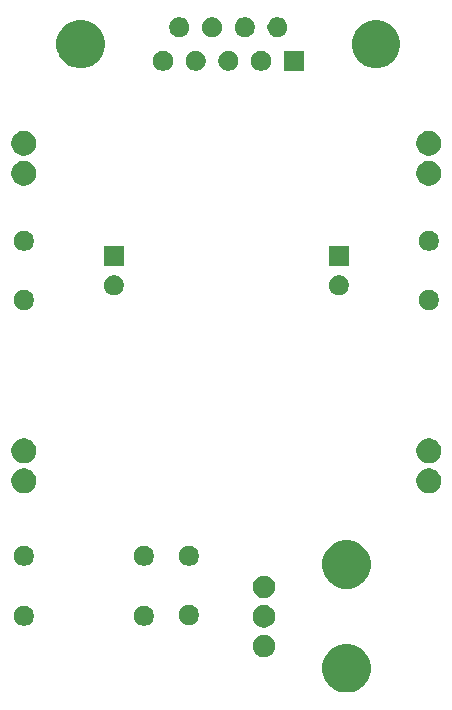
<source format=gbr>
G04 #@! TF.GenerationSoftware,KiCad,Pcbnew,5.1.5-52549c5~84~ubuntu18.04.1*
G04 #@! TF.CreationDate,2020-04-22T17:40:04-07:00*
G04 #@! TF.ProjectId,clock_generator,636c6f63-6b5f-4676-956e-657261746f72,rev?*
G04 #@! TF.SameCoordinates,Original*
G04 #@! TF.FileFunction,Soldermask,Bot*
G04 #@! TF.FilePolarity,Negative*
%FSLAX46Y46*%
G04 Gerber Fmt 4.6, Leading zero omitted, Abs format (unit mm)*
G04 Created by KiCad (PCBNEW 5.1.5-52549c5~84~ubuntu18.04.1) date 2020-04-22 17:40:04*
%MOMM*%
%LPD*%
G04 APERTURE LIST*
%ADD10C,0.100000*%
G04 APERTURE END LIST*
D10*
G36*
X132058254Y-115497818D02*
G01*
X132431511Y-115652426D01*
X132431513Y-115652427D01*
X132767436Y-115876884D01*
X133053116Y-116162564D01*
X133268196Y-116484453D01*
X133277574Y-116498489D01*
X133432182Y-116871746D01*
X133511000Y-117267993D01*
X133511000Y-117672007D01*
X133432182Y-118068254D01*
X133277574Y-118441511D01*
X133277573Y-118441513D01*
X133053116Y-118777436D01*
X132767436Y-119063116D01*
X132431513Y-119287573D01*
X132431512Y-119287574D01*
X132431511Y-119287574D01*
X132058254Y-119442182D01*
X131662007Y-119521000D01*
X131257993Y-119521000D01*
X130861746Y-119442182D01*
X130488489Y-119287574D01*
X130488488Y-119287574D01*
X130488487Y-119287573D01*
X130152564Y-119063116D01*
X129866884Y-118777436D01*
X129642427Y-118441513D01*
X129642426Y-118441511D01*
X129487818Y-118068254D01*
X129409000Y-117672007D01*
X129409000Y-117267993D01*
X129487818Y-116871746D01*
X129642426Y-116498489D01*
X129651805Y-116484453D01*
X129866884Y-116162564D01*
X130152564Y-115876884D01*
X130488487Y-115652427D01*
X130488489Y-115652426D01*
X130861746Y-115497818D01*
X131257993Y-115419000D01*
X131662007Y-115419000D01*
X132058254Y-115497818D01*
G37*
G36*
X124737395Y-114655546D02*
G01*
X124910466Y-114727234D01*
X124910467Y-114727235D01*
X125066227Y-114831310D01*
X125198690Y-114963773D01*
X125198691Y-114963775D01*
X125302766Y-115119534D01*
X125374454Y-115292605D01*
X125411000Y-115476333D01*
X125411000Y-115663667D01*
X125374454Y-115847395D01*
X125302766Y-116020466D01*
X125302765Y-116020467D01*
X125198690Y-116176227D01*
X125066227Y-116308690D01*
X124987818Y-116361081D01*
X124910466Y-116412766D01*
X124737395Y-116484454D01*
X124553667Y-116521000D01*
X124366333Y-116521000D01*
X124182605Y-116484454D01*
X124009534Y-116412766D01*
X123932182Y-116361081D01*
X123853773Y-116308690D01*
X123721310Y-116176227D01*
X123617235Y-116020467D01*
X123617234Y-116020466D01*
X123545546Y-115847395D01*
X123509000Y-115663667D01*
X123509000Y-115476333D01*
X123545546Y-115292605D01*
X123617234Y-115119534D01*
X123721309Y-114963775D01*
X123721310Y-114963773D01*
X123853773Y-114831310D01*
X124009533Y-114727235D01*
X124009534Y-114727234D01*
X124182605Y-114655546D01*
X124366333Y-114619000D01*
X124553667Y-114619000D01*
X124737395Y-114655546D01*
G37*
G36*
X124737395Y-112155546D02*
G01*
X124910466Y-112227234D01*
X124910467Y-112227235D01*
X125066227Y-112331310D01*
X125198690Y-112463773D01*
X125198691Y-112463775D01*
X125302766Y-112619534D01*
X125374454Y-112792605D01*
X125411000Y-112976333D01*
X125411000Y-113163667D01*
X125374454Y-113347395D01*
X125302766Y-113520466D01*
X125302765Y-113520467D01*
X125198690Y-113676227D01*
X125066227Y-113808690D01*
X125006954Y-113848295D01*
X124910466Y-113912766D01*
X124737395Y-113984454D01*
X124553667Y-114021000D01*
X124366333Y-114021000D01*
X124182605Y-113984454D01*
X124009534Y-113912766D01*
X123913046Y-113848295D01*
X123853773Y-113808690D01*
X123721310Y-113676227D01*
X123617235Y-113520467D01*
X123617234Y-113520466D01*
X123545546Y-113347395D01*
X123509000Y-113163667D01*
X123509000Y-112976333D01*
X123545546Y-112792605D01*
X123617234Y-112619534D01*
X123721309Y-112463775D01*
X123721310Y-112463773D01*
X123853773Y-112331310D01*
X124009533Y-112227235D01*
X124009534Y-112227234D01*
X124182605Y-112155546D01*
X124366333Y-112119000D01*
X124553667Y-112119000D01*
X124737395Y-112155546D01*
G37*
G36*
X104388228Y-112211703D02*
G01*
X104543100Y-112275853D01*
X104682481Y-112368985D01*
X104801015Y-112487519D01*
X104894147Y-112626900D01*
X104958297Y-112781772D01*
X104991000Y-112946184D01*
X104991000Y-113113816D01*
X104958297Y-113278228D01*
X104894147Y-113433100D01*
X104801015Y-113572481D01*
X104682481Y-113691015D01*
X104543100Y-113784147D01*
X104388228Y-113848297D01*
X104223816Y-113881000D01*
X104056184Y-113881000D01*
X103891772Y-113848297D01*
X103736900Y-113784147D01*
X103597519Y-113691015D01*
X103478985Y-113572481D01*
X103385853Y-113433100D01*
X103321703Y-113278228D01*
X103289000Y-113113816D01*
X103289000Y-112946184D01*
X103321703Y-112781772D01*
X103385853Y-112626900D01*
X103478985Y-112487519D01*
X103597519Y-112368985D01*
X103736900Y-112275853D01*
X103891772Y-112211703D01*
X104056184Y-112179000D01*
X104223816Y-112179000D01*
X104388228Y-112211703D01*
G37*
G36*
X114548228Y-112211703D02*
G01*
X114703100Y-112275853D01*
X114842481Y-112368985D01*
X114961015Y-112487519D01*
X115054147Y-112626900D01*
X115118297Y-112781772D01*
X115151000Y-112946184D01*
X115151000Y-113113816D01*
X115118297Y-113278228D01*
X115054147Y-113433100D01*
X114961015Y-113572481D01*
X114842481Y-113691015D01*
X114703100Y-113784147D01*
X114548228Y-113848297D01*
X114383816Y-113881000D01*
X114216184Y-113881000D01*
X114051772Y-113848297D01*
X113896900Y-113784147D01*
X113757519Y-113691015D01*
X113638985Y-113572481D01*
X113545853Y-113433100D01*
X113481703Y-113278228D01*
X113449000Y-113113816D01*
X113449000Y-112946184D01*
X113481703Y-112781772D01*
X113545853Y-112626900D01*
X113638985Y-112487519D01*
X113757519Y-112368985D01*
X113896900Y-112275853D01*
X114051772Y-112211703D01*
X114216184Y-112179000D01*
X114383816Y-112179000D01*
X114548228Y-112211703D01*
G37*
G36*
X118358228Y-112131703D02*
G01*
X118513100Y-112195853D01*
X118652481Y-112288985D01*
X118771015Y-112407519D01*
X118864147Y-112546900D01*
X118928297Y-112701772D01*
X118961000Y-112866184D01*
X118961000Y-113033816D01*
X118928297Y-113198228D01*
X118864147Y-113353100D01*
X118771015Y-113492481D01*
X118652481Y-113611015D01*
X118513100Y-113704147D01*
X118358228Y-113768297D01*
X118193816Y-113801000D01*
X118026184Y-113801000D01*
X117861772Y-113768297D01*
X117706900Y-113704147D01*
X117567519Y-113611015D01*
X117448985Y-113492481D01*
X117355853Y-113353100D01*
X117291703Y-113198228D01*
X117259000Y-113033816D01*
X117259000Y-112866184D01*
X117291703Y-112701772D01*
X117355853Y-112546900D01*
X117448985Y-112407519D01*
X117567519Y-112288985D01*
X117706900Y-112195853D01*
X117861772Y-112131703D01*
X118026184Y-112099000D01*
X118193816Y-112099000D01*
X118358228Y-112131703D01*
G37*
G36*
X124737395Y-109655546D02*
G01*
X124910466Y-109727234D01*
X124910467Y-109727235D01*
X125066227Y-109831310D01*
X125198690Y-109963773D01*
X125198691Y-109963775D01*
X125302766Y-110119534D01*
X125374454Y-110292605D01*
X125411000Y-110476333D01*
X125411000Y-110663667D01*
X125374454Y-110847395D01*
X125302766Y-111020466D01*
X125302765Y-111020467D01*
X125198690Y-111176227D01*
X125066227Y-111308690D01*
X124987818Y-111361081D01*
X124910466Y-111412766D01*
X124737395Y-111484454D01*
X124553667Y-111521000D01*
X124366333Y-111521000D01*
X124182605Y-111484454D01*
X124009534Y-111412766D01*
X123932182Y-111361081D01*
X123853773Y-111308690D01*
X123721310Y-111176227D01*
X123617235Y-111020467D01*
X123617234Y-111020466D01*
X123545546Y-110847395D01*
X123509000Y-110663667D01*
X123509000Y-110476333D01*
X123545546Y-110292605D01*
X123617234Y-110119534D01*
X123721309Y-109963775D01*
X123721310Y-109963773D01*
X123853773Y-109831310D01*
X124009533Y-109727235D01*
X124009534Y-109727234D01*
X124182605Y-109655546D01*
X124366333Y-109619000D01*
X124553667Y-109619000D01*
X124737395Y-109655546D01*
G37*
G36*
X132058254Y-106697818D02*
G01*
X132431511Y-106852426D01*
X132431513Y-106852427D01*
X132767436Y-107076884D01*
X133053116Y-107362564D01*
X133176288Y-107546903D01*
X133277574Y-107698489D01*
X133432182Y-108071746D01*
X133511000Y-108467993D01*
X133511000Y-108872007D01*
X133432182Y-109268254D01*
X133286898Y-109619000D01*
X133277573Y-109641513D01*
X133053116Y-109977436D01*
X132767436Y-110263116D01*
X132431513Y-110487573D01*
X132431512Y-110487574D01*
X132431511Y-110487574D01*
X132058254Y-110642182D01*
X131662007Y-110721000D01*
X131257993Y-110721000D01*
X130861746Y-110642182D01*
X130488489Y-110487574D01*
X130488488Y-110487574D01*
X130488487Y-110487573D01*
X130152564Y-110263116D01*
X129866884Y-109977436D01*
X129642427Y-109641513D01*
X129633102Y-109619000D01*
X129487818Y-109268254D01*
X129409000Y-108872007D01*
X129409000Y-108467993D01*
X129487818Y-108071746D01*
X129642426Y-107698489D01*
X129743713Y-107546903D01*
X129866884Y-107362564D01*
X130152564Y-107076884D01*
X130488487Y-106852427D01*
X130488489Y-106852426D01*
X130861746Y-106697818D01*
X131257993Y-106619000D01*
X131662007Y-106619000D01*
X132058254Y-106697818D01*
G37*
G36*
X114548228Y-107131703D02*
G01*
X114703100Y-107195853D01*
X114842481Y-107288985D01*
X114961015Y-107407519D01*
X115054147Y-107546900D01*
X115118297Y-107701772D01*
X115151000Y-107866184D01*
X115151000Y-108033816D01*
X115118297Y-108198228D01*
X115054147Y-108353100D01*
X114961015Y-108492481D01*
X114842481Y-108611015D01*
X114703100Y-108704147D01*
X114548228Y-108768297D01*
X114383816Y-108801000D01*
X114216184Y-108801000D01*
X114051772Y-108768297D01*
X113896900Y-108704147D01*
X113757519Y-108611015D01*
X113638985Y-108492481D01*
X113545853Y-108353100D01*
X113481703Y-108198228D01*
X113449000Y-108033816D01*
X113449000Y-107866184D01*
X113481703Y-107701772D01*
X113545853Y-107546900D01*
X113638985Y-107407519D01*
X113757519Y-107288985D01*
X113896900Y-107195853D01*
X114051772Y-107131703D01*
X114216184Y-107099000D01*
X114383816Y-107099000D01*
X114548228Y-107131703D01*
G37*
G36*
X118358228Y-107131703D02*
G01*
X118513100Y-107195853D01*
X118652481Y-107288985D01*
X118771015Y-107407519D01*
X118864147Y-107546900D01*
X118928297Y-107701772D01*
X118961000Y-107866184D01*
X118961000Y-108033816D01*
X118928297Y-108198228D01*
X118864147Y-108353100D01*
X118771015Y-108492481D01*
X118652481Y-108611015D01*
X118513100Y-108704147D01*
X118358228Y-108768297D01*
X118193816Y-108801000D01*
X118026184Y-108801000D01*
X117861772Y-108768297D01*
X117706900Y-108704147D01*
X117567519Y-108611015D01*
X117448985Y-108492481D01*
X117355853Y-108353100D01*
X117291703Y-108198228D01*
X117259000Y-108033816D01*
X117259000Y-107866184D01*
X117291703Y-107701772D01*
X117355853Y-107546900D01*
X117448985Y-107407519D01*
X117567519Y-107288985D01*
X117706900Y-107195853D01*
X117861772Y-107131703D01*
X118026184Y-107099000D01*
X118193816Y-107099000D01*
X118358228Y-107131703D01*
G37*
G36*
X104388228Y-107131703D02*
G01*
X104543100Y-107195853D01*
X104682481Y-107288985D01*
X104801015Y-107407519D01*
X104894147Y-107546900D01*
X104958297Y-107701772D01*
X104991000Y-107866184D01*
X104991000Y-108033816D01*
X104958297Y-108198228D01*
X104894147Y-108353100D01*
X104801015Y-108492481D01*
X104682481Y-108611015D01*
X104543100Y-108704147D01*
X104388228Y-108768297D01*
X104223816Y-108801000D01*
X104056184Y-108801000D01*
X103891772Y-108768297D01*
X103736900Y-108704147D01*
X103597519Y-108611015D01*
X103478985Y-108492481D01*
X103385853Y-108353100D01*
X103321703Y-108198228D01*
X103289000Y-108033816D01*
X103289000Y-107866184D01*
X103321703Y-107701772D01*
X103385853Y-107546900D01*
X103478985Y-107407519D01*
X103597519Y-107288985D01*
X103736900Y-107195853D01*
X103891772Y-107131703D01*
X104056184Y-107099000D01*
X104223816Y-107099000D01*
X104388228Y-107131703D01*
G37*
G36*
X104446564Y-100589389D02*
G01*
X104637833Y-100668615D01*
X104637835Y-100668616D01*
X104809973Y-100783635D01*
X104956365Y-100930027D01*
X105071385Y-101102167D01*
X105150611Y-101293436D01*
X105191000Y-101496484D01*
X105191000Y-101703516D01*
X105150611Y-101906564D01*
X105071385Y-102097833D01*
X105071384Y-102097835D01*
X104956365Y-102269973D01*
X104809973Y-102416365D01*
X104637835Y-102531384D01*
X104637834Y-102531385D01*
X104637833Y-102531385D01*
X104446564Y-102610611D01*
X104243516Y-102651000D01*
X104036484Y-102651000D01*
X103833436Y-102610611D01*
X103642167Y-102531385D01*
X103642166Y-102531385D01*
X103642165Y-102531384D01*
X103470027Y-102416365D01*
X103323635Y-102269973D01*
X103208616Y-102097835D01*
X103208615Y-102097833D01*
X103129389Y-101906564D01*
X103089000Y-101703516D01*
X103089000Y-101496484D01*
X103129389Y-101293436D01*
X103208615Y-101102167D01*
X103323635Y-100930027D01*
X103470027Y-100783635D01*
X103642165Y-100668616D01*
X103642167Y-100668615D01*
X103833436Y-100589389D01*
X104036484Y-100549000D01*
X104243516Y-100549000D01*
X104446564Y-100589389D01*
G37*
G36*
X138736564Y-100589389D02*
G01*
X138927833Y-100668615D01*
X138927835Y-100668616D01*
X139099973Y-100783635D01*
X139246365Y-100930027D01*
X139361385Y-101102167D01*
X139440611Y-101293436D01*
X139481000Y-101496484D01*
X139481000Y-101703516D01*
X139440611Y-101906564D01*
X139361385Y-102097833D01*
X139361384Y-102097835D01*
X139246365Y-102269973D01*
X139099973Y-102416365D01*
X138927835Y-102531384D01*
X138927834Y-102531385D01*
X138927833Y-102531385D01*
X138736564Y-102610611D01*
X138533516Y-102651000D01*
X138326484Y-102651000D01*
X138123436Y-102610611D01*
X137932167Y-102531385D01*
X137932166Y-102531385D01*
X137932165Y-102531384D01*
X137760027Y-102416365D01*
X137613635Y-102269973D01*
X137498616Y-102097835D01*
X137498615Y-102097833D01*
X137419389Y-101906564D01*
X137379000Y-101703516D01*
X137379000Y-101496484D01*
X137419389Y-101293436D01*
X137498615Y-101102167D01*
X137613635Y-100930027D01*
X137760027Y-100783635D01*
X137932165Y-100668616D01*
X137932167Y-100668615D01*
X138123436Y-100589389D01*
X138326484Y-100549000D01*
X138533516Y-100549000D01*
X138736564Y-100589389D01*
G37*
G36*
X104446564Y-98049389D02*
G01*
X104637833Y-98128615D01*
X104637835Y-98128616D01*
X104809973Y-98243635D01*
X104956365Y-98390027D01*
X105071385Y-98562167D01*
X105150611Y-98753436D01*
X105191000Y-98956484D01*
X105191000Y-99163516D01*
X105150611Y-99366564D01*
X105071385Y-99557833D01*
X105071384Y-99557835D01*
X104956365Y-99729973D01*
X104809973Y-99876365D01*
X104637835Y-99991384D01*
X104637834Y-99991385D01*
X104637833Y-99991385D01*
X104446564Y-100070611D01*
X104243516Y-100111000D01*
X104036484Y-100111000D01*
X103833436Y-100070611D01*
X103642167Y-99991385D01*
X103642166Y-99991385D01*
X103642165Y-99991384D01*
X103470027Y-99876365D01*
X103323635Y-99729973D01*
X103208616Y-99557835D01*
X103208615Y-99557833D01*
X103129389Y-99366564D01*
X103089000Y-99163516D01*
X103089000Y-98956484D01*
X103129389Y-98753436D01*
X103208615Y-98562167D01*
X103323635Y-98390027D01*
X103470027Y-98243635D01*
X103642165Y-98128616D01*
X103642167Y-98128615D01*
X103833436Y-98049389D01*
X104036484Y-98009000D01*
X104243516Y-98009000D01*
X104446564Y-98049389D01*
G37*
G36*
X138736564Y-98049389D02*
G01*
X138927833Y-98128615D01*
X138927835Y-98128616D01*
X139099973Y-98243635D01*
X139246365Y-98390027D01*
X139361385Y-98562167D01*
X139440611Y-98753436D01*
X139481000Y-98956484D01*
X139481000Y-99163516D01*
X139440611Y-99366564D01*
X139361385Y-99557833D01*
X139361384Y-99557835D01*
X139246365Y-99729973D01*
X139099973Y-99876365D01*
X138927835Y-99991384D01*
X138927834Y-99991385D01*
X138927833Y-99991385D01*
X138736564Y-100070611D01*
X138533516Y-100111000D01*
X138326484Y-100111000D01*
X138123436Y-100070611D01*
X137932167Y-99991385D01*
X137932166Y-99991385D01*
X137932165Y-99991384D01*
X137760027Y-99876365D01*
X137613635Y-99729973D01*
X137498616Y-99557835D01*
X137498615Y-99557833D01*
X137419389Y-99366564D01*
X137379000Y-99163516D01*
X137379000Y-98956484D01*
X137419389Y-98753436D01*
X137498615Y-98562167D01*
X137613635Y-98390027D01*
X137760027Y-98243635D01*
X137932165Y-98128616D01*
X137932167Y-98128615D01*
X138123436Y-98049389D01*
X138326484Y-98009000D01*
X138533516Y-98009000D01*
X138736564Y-98049389D01*
G37*
G36*
X138678228Y-85461703D02*
G01*
X138833100Y-85525853D01*
X138972481Y-85618985D01*
X139091015Y-85737519D01*
X139184147Y-85876900D01*
X139248297Y-86031772D01*
X139281000Y-86196184D01*
X139281000Y-86363816D01*
X139248297Y-86528228D01*
X139184147Y-86683100D01*
X139091015Y-86822481D01*
X138972481Y-86941015D01*
X138833100Y-87034147D01*
X138678228Y-87098297D01*
X138513816Y-87131000D01*
X138346184Y-87131000D01*
X138181772Y-87098297D01*
X138026900Y-87034147D01*
X137887519Y-86941015D01*
X137768985Y-86822481D01*
X137675853Y-86683100D01*
X137611703Y-86528228D01*
X137579000Y-86363816D01*
X137579000Y-86196184D01*
X137611703Y-86031772D01*
X137675853Y-85876900D01*
X137768985Y-85737519D01*
X137887519Y-85618985D01*
X138026900Y-85525853D01*
X138181772Y-85461703D01*
X138346184Y-85429000D01*
X138513816Y-85429000D01*
X138678228Y-85461703D01*
G37*
G36*
X104388228Y-85461703D02*
G01*
X104543100Y-85525853D01*
X104682481Y-85618985D01*
X104801015Y-85737519D01*
X104894147Y-85876900D01*
X104958297Y-86031772D01*
X104991000Y-86196184D01*
X104991000Y-86363816D01*
X104958297Y-86528228D01*
X104894147Y-86683100D01*
X104801015Y-86822481D01*
X104682481Y-86941015D01*
X104543100Y-87034147D01*
X104388228Y-87098297D01*
X104223816Y-87131000D01*
X104056184Y-87131000D01*
X103891772Y-87098297D01*
X103736900Y-87034147D01*
X103597519Y-86941015D01*
X103478985Y-86822481D01*
X103385853Y-86683100D01*
X103321703Y-86528228D01*
X103289000Y-86363816D01*
X103289000Y-86196184D01*
X103321703Y-86031772D01*
X103385853Y-85876900D01*
X103478985Y-85737519D01*
X103597519Y-85618985D01*
X103736900Y-85525853D01*
X103891772Y-85461703D01*
X104056184Y-85429000D01*
X104223816Y-85429000D01*
X104388228Y-85461703D01*
G37*
G36*
X131058228Y-84231703D02*
G01*
X131213100Y-84295853D01*
X131352481Y-84388985D01*
X131471015Y-84507519D01*
X131564147Y-84646900D01*
X131628297Y-84801772D01*
X131661000Y-84966184D01*
X131661000Y-85133816D01*
X131628297Y-85298228D01*
X131564147Y-85453100D01*
X131471015Y-85592481D01*
X131352481Y-85711015D01*
X131213100Y-85804147D01*
X131058228Y-85868297D01*
X130893816Y-85901000D01*
X130726184Y-85901000D01*
X130561772Y-85868297D01*
X130406900Y-85804147D01*
X130267519Y-85711015D01*
X130148985Y-85592481D01*
X130055853Y-85453100D01*
X129991703Y-85298228D01*
X129959000Y-85133816D01*
X129959000Y-84966184D01*
X129991703Y-84801772D01*
X130055853Y-84646900D01*
X130148985Y-84507519D01*
X130267519Y-84388985D01*
X130406900Y-84295853D01*
X130561772Y-84231703D01*
X130726184Y-84199000D01*
X130893816Y-84199000D01*
X131058228Y-84231703D01*
G37*
G36*
X112008228Y-84231703D02*
G01*
X112163100Y-84295853D01*
X112302481Y-84388985D01*
X112421015Y-84507519D01*
X112514147Y-84646900D01*
X112578297Y-84801772D01*
X112611000Y-84966184D01*
X112611000Y-85133816D01*
X112578297Y-85298228D01*
X112514147Y-85453100D01*
X112421015Y-85592481D01*
X112302481Y-85711015D01*
X112163100Y-85804147D01*
X112008228Y-85868297D01*
X111843816Y-85901000D01*
X111676184Y-85901000D01*
X111511772Y-85868297D01*
X111356900Y-85804147D01*
X111217519Y-85711015D01*
X111098985Y-85592481D01*
X111005853Y-85453100D01*
X110941703Y-85298228D01*
X110909000Y-85133816D01*
X110909000Y-84966184D01*
X110941703Y-84801772D01*
X111005853Y-84646900D01*
X111098985Y-84507519D01*
X111217519Y-84388985D01*
X111356900Y-84295853D01*
X111511772Y-84231703D01*
X111676184Y-84199000D01*
X111843816Y-84199000D01*
X112008228Y-84231703D01*
G37*
G36*
X131661000Y-83401000D02*
G01*
X129959000Y-83401000D01*
X129959000Y-81699000D01*
X131661000Y-81699000D01*
X131661000Y-83401000D01*
G37*
G36*
X112611000Y-83401000D02*
G01*
X110909000Y-83401000D01*
X110909000Y-81699000D01*
X112611000Y-81699000D01*
X112611000Y-83401000D01*
G37*
G36*
X138678228Y-80461703D02*
G01*
X138833100Y-80525853D01*
X138972481Y-80618985D01*
X139091015Y-80737519D01*
X139184147Y-80876900D01*
X139248297Y-81031772D01*
X139281000Y-81196184D01*
X139281000Y-81363816D01*
X139248297Y-81528228D01*
X139184147Y-81683100D01*
X139091015Y-81822481D01*
X138972481Y-81941015D01*
X138833100Y-82034147D01*
X138678228Y-82098297D01*
X138513816Y-82131000D01*
X138346184Y-82131000D01*
X138181772Y-82098297D01*
X138026900Y-82034147D01*
X137887519Y-81941015D01*
X137768985Y-81822481D01*
X137675853Y-81683100D01*
X137611703Y-81528228D01*
X137579000Y-81363816D01*
X137579000Y-81196184D01*
X137611703Y-81031772D01*
X137675853Y-80876900D01*
X137768985Y-80737519D01*
X137887519Y-80618985D01*
X138026900Y-80525853D01*
X138181772Y-80461703D01*
X138346184Y-80429000D01*
X138513816Y-80429000D01*
X138678228Y-80461703D01*
G37*
G36*
X104388228Y-80461703D02*
G01*
X104543100Y-80525853D01*
X104682481Y-80618985D01*
X104801015Y-80737519D01*
X104894147Y-80876900D01*
X104958297Y-81031772D01*
X104991000Y-81196184D01*
X104991000Y-81363816D01*
X104958297Y-81528228D01*
X104894147Y-81683100D01*
X104801015Y-81822481D01*
X104682481Y-81941015D01*
X104543100Y-82034147D01*
X104388228Y-82098297D01*
X104223816Y-82131000D01*
X104056184Y-82131000D01*
X103891772Y-82098297D01*
X103736900Y-82034147D01*
X103597519Y-81941015D01*
X103478985Y-81822481D01*
X103385853Y-81683100D01*
X103321703Y-81528228D01*
X103289000Y-81363816D01*
X103289000Y-81196184D01*
X103321703Y-81031772D01*
X103385853Y-80876900D01*
X103478985Y-80737519D01*
X103597519Y-80618985D01*
X103736900Y-80525853D01*
X103891772Y-80461703D01*
X104056184Y-80429000D01*
X104223816Y-80429000D01*
X104388228Y-80461703D01*
G37*
G36*
X104446564Y-74554389D02*
G01*
X104637833Y-74633615D01*
X104637835Y-74633616D01*
X104809973Y-74748635D01*
X104956365Y-74895027D01*
X105071385Y-75067167D01*
X105150611Y-75258436D01*
X105191000Y-75461484D01*
X105191000Y-75668516D01*
X105150611Y-75871564D01*
X105071385Y-76062833D01*
X105071384Y-76062835D01*
X104956365Y-76234973D01*
X104809973Y-76381365D01*
X104637835Y-76496384D01*
X104637834Y-76496385D01*
X104637833Y-76496385D01*
X104446564Y-76575611D01*
X104243516Y-76616000D01*
X104036484Y-76616000D01*
X103833436Y-76575611D01*
X103642167Y-76496385D01*
X103642166Y-76496385D01*
X103642165Y-76496384D01*
X103470027Y-76381365D01*
X103323635Y-76234973D01*
X103208616Y-76062835D01*
X103208615Y-76062833D01*
X103129389Y-75871564D01*
X103089000Y-75668516D01*
X103089000Y-75461484D01*
X103129389Y-75258436D01*
X103208615Y-75067167D01*
X103323635Y-74895027D01*
X103470027Y-74748635D01*
X103642165Y-74633616D01*
X103642167Y-74633615D01*
X103833436Y-74554389D01*
X104036484Y-74514000D01*
X104243516Y-74514000D01*
X104446564Y-74554389D01*
G37*
G36*
X138736564Y-74554389D02*
G01*
X138927833Y-74633615D01*
X138927835Y-74633616D01*
X139099973Y-74748635D01*
X139246365Y-74895027D01*
X139361385Y-75067167D01*
X139440611Y-75258436D01*
X139481000Y-75461484D01*
X139481000Y-75668516D01*
X139440611Y-75871564D01*
X139361385Y-76062833D01*
X139361384Y-76062835D01*
X139246365Y-76234973D01*
X139099973Y-76381365D01*
X138927835Y-76496384D01*
X138927834Y-76496385D01*
X138927833Y-76496385D01*
X138736564Y-76575611D01*
X138533516Y-76616000D01*
X138326484Y-76616000D01*
X138123436Y-76575611D01*
X137932167Y-76496385D01*
X137932166Y-76496385D01*
X137932165Y-76496384D01*
X137760027Y-76381365D01*
X137613635Y-76234973D01*
X137498616Y-76062835D01*
X137498615Y-76062833D01*
X137419389Y-75871564D01*
X137379000Y-75668516D01*
X137379000Y-75461484D01*
X137419389Y-75258436D01*
X137498615Y-75067167D01*
X137613635Y-74895027D01*
X137760027Y-74748635D01*
X137932165Y-74633616D01*
X137932167Y-74633615D01*
X138123436Y-74554389D01*
X138326484Y-74514000D01*
X138533516Y-74514000D01*
X138736564Y-74554389D01*
G37*
G36*
X138736564Y-72014389D02*
G01*
X138927833Y-72093615D01*
X138927835Y-72093616D01*
X139099973Y-72208635D01*
X139246365Y-72355027D01*
X139361385Y-72527167D01*
X139440611Y-72718436D01*
X139481000Y-72921484D01*
X139481000Y-73128516D01*
X139440611Y-73331564D01*
X139361385Y-73522833D01*
X139361384Y-73522835D01*
X139246365Y-73694973D01*
X139099973Y-73841365D01*
X138927835Y-73956384D01*
X138927834Y-73956385D01*
X138927833Y-73956385D01*
X138736564Y-74035611D01*
X138533516Y-74076000D01*
X138326484Y-74076000D01*
X138123436Y-74035611D01*
X137932167Y-73956385D01*
X137932166Y-73956385D01*
X137932165Y-73956384D01*
X137760027Y-73841365D01*
X137613635Y-73694973D01*
X137498616Y-73522835D01*
X137498615Y-73522833D01*
X137419389Y-73331564D01*
X137379000Y-73128516D01*
X137379000Y-72921484D01*
X137419389Y-72718436D01*
X137498615Y-72527167D01*
X137613635Y-72355027D01*
X137760027Y-72208635D01*
X137932165Y-72093616D01*
X137932167Y-72093615D01*
X138123436Y-72014389D01*
X138326484Y-71974000D01*
X138533516Y-71974000D01*
X138736564Y-72014389D01*
G37*
G36*
X104446564Y-72014389D02*
G01*
X104637833Y-72093615D01*
X104637835Y-72093616D01*
X104809973Y-72208635D01*
X104956365Y-72355027D01*
X105071385Y-72527167D01*
X105150611Y-72718436D01*
X105191000Y-72921484D01*
X105191000Y-73128516D01*
X105150611Y-73331564D01*
X105071385Y-73522833D01*
X105071384Y-73522835D01*
X104956365Y-73694973D01*
X104809973Y-73841365D01*
X104637835Y-73956384D01*
X104637834Y-73956385D01*
X104637833Y-73956385D01*
X104446564Y-74035611D01*
X104243516Y-74076000D01*
X104036484Y-74076000D01*
X103833436Y-74035611D01*
X103642167Y-73956385D01*
X103642166Y-73956385D01*
X103642165Y-73956384D01*
X103470027Y-73841365D01*
X103323635Y-73694973D01*
X103208616Y-73522835D01*
X103208615Y-73522833D01*
X103129389Y-73331564D01*
X103089000Y-73128516D01*
X103089000Y-72921484D01*
X103129389Y-72718436D01*
X103208615Y-72527167D01*
X103323635Y-72355027D01*
X103470027Y-72208635D01*
X103642165Y-72093616D01*
X103642167Y-72093615D01*
X103833436Y-72014389D01*
X104036484Y-71974000D01*
X104243516Y-71974000D01*
X104446564Y-72014389D01*
G37*
G36*
X121708228Y-65221703D02*
G01*
X121863100Y-65285853D01*
X122002481Y-65378985D01*
X122121015Y-65497519D01*
X122214147Y-65636900D01*
X122278297Y-65791772D01*
X122311000Y-65956184D01*
X122311000Y-66123816D01*
X122278297Y-66288228D01*
X122214147Y-66443100D01*
X122121015Y-66582481D01*
X122002481Y-66701015D01*
X121863100Y-66794147D01*
X121708228Y-66858297D01*
X121543816Y-66891000D01*
X121376184Y-66891000D01*
X121211772Y-66858297D01*
X121056900Y-66794147D01*
X120917519Y-66701015D01*
X120798985Y-66582481D01*
X120705853Y-66443100D01*
X120641703Y-66288228D01*
X120609000Y-66123816D01*
X120609000Y-65956184D01*
X120641703Y-65791772D01*
X120705853Y-65636900D01*
X120798985Y-65497519D01*
X120917519Y-65378985D01*
X121056900Y-65285853D01*
X121211772Y-65221703D01*
X121376184Y-65189000D01*
X121543816Y-65189000D01*
X121708228Y-65221703D01*
G37*
G36*
X116168228Y-65221703D02*
G01*
X116323100Y-65285853D01*
X116462481Y-65378985D01*
X116581015Y-65497519D01*
X116674147Y-65636900D01*
X116738297Y-65791772D01*
X116771000Y-65956184D01*
X116771000Y-66123816D01*
X116738297Y-66288228D01*
X116674147Y-66443100D01*
X116581015Y-66582481D01*
X116462481Y-66701015D01*
X116323100Y-66794147D01*
X116168228Y-66858297D01*
X116003816Y-66891000D01*
X115836184Y-66891000D01*
X115671772Y-66858297D01*
X115516900Y-66794147D01*
X115377519Y-66701015D01*
X115258985Y-66582481D01*
X115165853Y-66443100D01*
X115101703Y-66288228D01*
X115069000Y-66123816D01*
X115069000Y-65956184D01*
X115101703Y-65791772D01*
X115165853Y-65636900D01*
X115258985Y-65497519D01*
X115377519Y-65378985D01*
X115516900Y-65285853D01*
X115671772Y-65221703D01*
X115836184Y-65189000D01*
X116003816Y-65189000D01*
X116168228Y-65221703D01*
G37*
G36*
X118938228Y-65221703D02*
G01*
X119093100Y-65285853D01*
X119232481Y-65378985D01*
X119351015Y-65497519D01*
X119444147Y-65636900D01*
X119508297Y-65791772D01*
X119541000Y-65956184D01*
X119541000Y-66123816D01*
X119508297Y-66288228D01*
X119444147Y-66443100D01*
X119351015Y-66582481D01*
X119232481Y-66701015D01*
X119093100Y-66794147D01*
X118938228Y-66858297D01*
X118773816Y-66891000D01*
X118606184Y-66891000D01*
X118441772Y-66858297D01*
X118286900Y-66794147D01*
X118147519Y-66701015D01*
X118028985Y-66582481D01*
X117935853Y-66443100D01*
X117871703Y-66288228D01*
X117839000Y-66123816D01*
X117839000Y-65956184D01*
X117871703Y-65791772D01*
X117935853Y-65636900D01*
X118028985Y-65497519D01*
X118147519Y-65378985D01*
X118286900Y-65285853D01*
X118441772Y-65221703D01*
X118606184Y-65189000D01*
X118773816Y-65189000D01*
X118938228Y-65221703D01*
G37*
G36*
X124478228Y-65221703D02*
G01*
X124633100Y-65285853D01*
X124772481Y-65378985D01*
X124891015Y-65497519D01*
X124984147Y-65636900D01*
X125048297Y-65791772D01*
X125081000Y-65956184D01*
X125081000Y-66123816D01*
X125048297Y-66288228D01*
X124984147Y-66443100D01*
X124891015Y-66582481D01*
X124772481Y-66701015D01*
X124633100Y-66794147D01*
X124478228Y-66858297D01*
X124313816Y-66891000D01*
X124146184Y-66891000D01*
X123981772Y-66858297D01*
X123826900Y-66794147D01*
X123687519Y-66701015D01*
X123568985Y-66582481D01*
X123475853Y-66443100D01*
X123411703Y-66288228D01*
X123379000Y-66123816D01*
X123379000Y-65956184D01*
X123411703Y-65791772D01*
X123475853Y-65636900D01*
X123568985Y-65497519D01*
X123687519Y-65378985D01*
X123826900Y-65285853D01*
X123981772Y-65221703D01*
X124146184Y-65189000D01*
X124313816Y-65189000D01*
X124478228Y-65221703D01*
G37*
G36*
X127851000Y-66891000D02*
G01*
X126149000Y-66891000D01*
X126149000Y-65189000D01*
X127851000Y-65189000D01*
X127851000Y-66891000D01*
G37*
G36*
X134558254Y-62647818D02*
G01*
X134918170Y-62796900D01*
X134931513Y-62802427D01*
X135267436Y-63026884D01*
X135553116Y-63312564D01*
X135643765Y-63448229D01*
X135777574Y-63648489D01*
X135932182Y-64021746D01*
X136011000Y-64417993D01*
X136011000Y-64822007D01*
X135932182Y-65218254D01*
X135816506Y-65497520D01*
X135777573Y-65591513D01*
X135553116Y-65927436D01*
X135267436Y-66213116D01*
X134931513Y-66437573D01*
X134931512Y-66437574D01*
X134931511Y-66437574D01*
X134558254Y-66592182D01*
X134162007Y-66671000D01*
X133757993Y-66671000D01*
X133361746Y-66592182D01*
X132988489Y-66437574D01*
X132988488Y-66437574D01*
X132988487Y-66437573D01*
X132652564Y-66213116D01*
X132366884Y-65927436D01*
X132142427Y-65591513D01*
X132103494Y-65497520D01*
X131987818Y-65218254D01*
X131909000Y-64822007D01*
X131909000Y-64417993D01*
X131987818Y-64021746D01*
X132142426Y-63648489D01*
X132276236Y-63448229D01*
X132366884Y-63312564D01*
X132652564Y-63026884D01*
X132988487Y-62802427D01*
X133001830Y-62796900D01*
X133361746Y-62647818D01*
X133757993Y-62569000D01*
X134162007Y-62569000D01*
X134558254Y-62647818D01*
G37*
G36*
X109558254Y-62647818D02*
G01*
X109918170Y-62796900D01*
X109931513Y-62802427D01*
X110267436Y-63026884D01*
X110553116Y-63312564D01*
X110643765Y-63448229D01*
X110777574Y-63648489D01*
X110932182Y-64021746D01*
X111011000Y-64417993D01*
X111011000Y-64822007D01*
X110932182Y-65218254D01*
X110816506Y-65497520D01*
X110777573Y-65591513D01*
X110553116Y-65927436D01*
X110267436Y-66213116D01*
X109931513Y-66437573D01*
X109931512Y-66437574D01*
X109931511Y-66437574D01*
X109558254Y-66592182D01*
X109162007Y-66671000D01*
X108757993Y-66671000D01*
X108361746Y-66592182D01*
X107988489Y-66437574D01*
X107988488Y-66437574D01*
X107988487Y-66437573D01*
X107652564Y-66213116D01*
X107366884Y-65927436D01*
X107142427Y-65591513D01*
X107103494Y-65497520D01*
X106987818Y-65218254D01*
X106909000Y-64822007D01*
X106909000Y-64417993D01*
X106987818Y-64021746D01*
X107142426Y-63648489D01*
X107276236Y-63448229D01*
X107366884Y-63312564D01*
X107652564Y-63026884D01*
X107988487Y-62802427D01*
X108001830Y-62796900D01*
X108361746Y-62647818D01*
X108757993Y-62569000D01*
X109162007Y-62569000D01*
X109558254Y-62647818D01*
G37*
G36*
X125863228Y-62381703D02*
G01*
X126018100Y-62445853D01*
X126157481Y-62538985D01*
X126276015Y-62657519D01*
X126369147Y-62796900D01*
X126433297Y-62951772D01*
X126466000Y-63116184D01*
X126466000Y-63283816D01*
X126433297Y-63448228D01*
X126369147Y-63603100D01*
X126276015Y-63742481D01*
X126157481Y-63861015D01*
X126018100Y-63954147D01*
X125863228Y-64018297D01*
X125698816Y-64051000D01*
X125531184Y-64051000D01*
X125366772Y-64018297D01*
X125211900Y-63954147D01*
X125072519Y-63861015D01*
X124953985Y-63742481D01*
X124860853Y-63603100D01*
X124796703Y-63448228D01*
X124764000Y-63283816D01*
X124764000Y-63116184D01*
X124796703Y-62951772D01*
X124860853Y-62796900D01*
X124953985Y-62657519D01*
X125072519Y-62538985D01*
X125211900Y-62445853D01*
X125366772Y-62381703D01*
X125531184Y-62349000D01*
X125698816Y-62349000D01*
X125863228Y-62381703D01*
G37*
G36*
X117553228Y-62381703D02*
G01*
X117708100Y-62445853D01*
X117847481Y-62538985D01*
X117966015Y-62657519D01*
X118059147Y-62796900D01*
X118123297Y-62951772D01*
X118156000Y-63116184D01*
X118156000Y-63283816D01*
X118123297Y-63448228D01*
X118059147Y-63603100D01*
X117966015Y-63742481D01*
X117847481Y-63861015D01*
X117708100Y-63954147D01*
X117553228Y-64018297D01*
X117388816Y-64051000D01*
X117221184Y-64051000D01*
X117056772Y-64018297D01*
X116901900Y-63954147D01*
X116762519Y-63861015D01*
X116643985Y-63742481D01*
X116550853Y-63603100D01*
X116486703Y-63448228D01*
X116454000Y-63283816D01*
X116454000Y-63116184D01*
X116486703Y-62951772D01*
X116550853Y-62796900D01*
X116643985Y-62657519D01*
X116762519Y-62538985D01*
X116901900Y-62445853D01*
X117056772Y-62381703D01*
X117221184Y-62349000D01*
X117388816Y-62349000D01*
X117553228Y-62381703D01*
G37*
G36*
X123093228Y-62381703D02*
G01*
X123248100Y-62445853D01*
X123387481Y-62538985D01*
X123506015Y-62657519D01*
X123599147Y-62796900D01*
X123663297Y-62951772D01*
X123696000Y-63116184D01*
X123696000Y-63283816D01*
X123663297Y-63448228D01*
X123599147Y-63603100D01*
X123506015Y-63742481D01*
X123387481Y-63861015D01*
X123248100Y-63954147D01*
X123093228Y-64018297D01*
X122928816Y-64051000D01*
X122761184Y-64051000D01*
X122596772Y-64018297D01*
X122441900Y-63954147D01*
X122302519Y-63861015D01*
X122183985Y-63742481D01*
X122090853Y-63603100D01*
X122026703Y-63448228D01*
X121994000Y-63283816D01*
X121994000Y-63116184D01*
X122026703Y-62951772D01*
X122090853Y-62796900D01*
X122183985Y-62657519D01*
X122302519Y-62538985D01*
X122441900Y-62445853D01*
X122596772Y-62381703D01*
X122761184Y-62349000D01*
X122928816Y-62349000D01*
X123093228Y-62381703D01*
G37*
G36*
X120323228Y-62381703D02*
G01*
X120478100Y-62445853D01*
X120617481Y-62538985D01*
X120736015Y-62657519D01*
X120829147Y-62796900D01*
X120893297Y-62951772D01*
X120926000Y-63116184D01*
X120926000Y-63283816D01*
X120893297Y-63448228D01*
X120829147Y-63603100D01*
X120736015Y-63742481D01*
X120617481Y-63861015D01*
X120478100Y-63954147D01*
X120323228Y-64018297D01*
X120158816Y-64051000D01*
X119991184Y-64051000D01*
X119826772Y-64018297D01*
X119671900Y-63954147D01*
X119532519Y-63861015D01*
X119413985Y-63742481D01*
X119320853Y-63603100D01*
X119256703Y-63448228D01*
X119224000Y-63283816D01*
X119224000Y-63116184D01*
X119256703Y-62951772D01*
X119320853Y-62796900D01*
X119413985Y-62657519D01*
X119532519Y-62538985D01*
X119671900Y-62445853D01*
X119826772Y-62381703D01*
X119991184Y-62349000D01*
X120158816Y-62349000D01*
X120323228Y-62381703D01*
G37*
M02*

</source>
